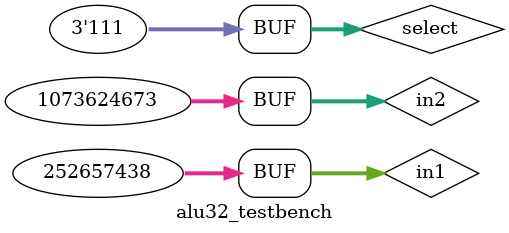
<source format=v>

module alu32_testbench(); 
reg [31:0] in1, in2;
wire [31:0] result;
reg [2:0] select;


alu32 alu_test(in1,in2,select,result);

initial begin
in1 = 32'b00000000000000000011000000011111; in2 = 32'b00100000000000000000000000000111; select = 3'b000;  
#50;
in1 = 32'b00000000000000000011000000011111; in2 = 32'b00100000000000000000000000000111; select = 3'b001;  
#50;
in1 = 32'b00000000000000000011000000011111; in2 = 32'b00100000000000000000000000000111; select = 3'b010;  
#50;
in1 = 32'b00000000000000000011000000011111; in2 = 32'b00100000000000000000000000000111; select = 3'b011;  
#50;
in1 = 32'b00000000000000000011000000011111; in2 = 32'b00100000000000000000000000000111; select = 3'b100;  
#50;
in1 = 32'b00000000000000000011000000011111; in2 = 32'b00100000000000000000000000000111; select = 3'b101;  
#50;
in1 = 32'b00000000000000000011000000011111; in2 = 32'b00100000000000000000000000000111; select = 3'b110;  
#50;
in1 = 32'b00000000000000000011000000011111; in2 = 32'b00100000000000000000000000000111; select = 3'b111; 
#50;



in1 = 32'b11111000011001110101111111011110; in2 = 32'b00101010101111100011011001111111; select = 3'b000;
#50;
in1 = 32'b11111000011001110101111111011110; in2 = 32'b00101010101111100011011001111111; select = 3'b001;
#50;
in1 = 32'b11111000011001110101111111011110; in2 = 32'b00101010101111100011011001111111; select = 3'b010;
#50;
in1 = 32'b11111000011001110101111111011110; in2 = 32'b00101010101111100011011001111111; select = 3'b011;
#50;
in1 = 32'b11111000011001110101111111011110; in2 = 32'b00101010101111100011011001111111; select = 3'b100;
#50;
in1 = 32'b11111000011001110101111111011110; in2 = 32'b00101010101111100011011001111111; select = 3'b101;
#50;
in1 = 32'b11111000011001110101111111011110; in2 = 32'b00101010101111100011011001111111; select = 3'b110;
#50;
in1 = 32'b11111000011001110101111111011110; in2 = 32'b00101010101111100011011001111111; select = 3'b111;
#50;


in1 = 32'b00001111000011110011111100011110; in2 = 32'b00111111111111100011011001100001; select = 3'b000;
#50;
in1 = 32'b00001111000011110011111100011110; in2 = 32'b00111111111111100011011001100001; select = 3'b001;
#50;
in1 = 32'b00001111000011110011111100011110; in2 = 32'b00111111111111100011011001100001; select = 3'b010;
#50;
in1 = 32'b00001111000011110011111100011110; in2 = 32'b00111111111111100011011001100001; select = 3'b011;
#50;
in1 = 32'b00001111000011110011111100011110; in2 = 32'b00111111111111100011011001100001; select = 3'b100;
#50;
in1 = 32'b00001111000011110011111100011110; in2 = 32'b00111111111111100011011001100001; select = 3'b101;
#50;
in1 = 32'b00001111000011110011111100011110; in2 = 32'b00111111111111100011011001100001; select = 3'b110;
#50;
in1 = 32'b00001111000011110011111100011110; in2 = 32'b00111111111111100011011001100001; select = 3'b111;
#50;
end
 
 
initial
begin
$monitor("time = %2d, in1 = %32b, in2= %32b, opcode= %3b, result = %32b \n" , $time, in1, in2,select,result);
end
 
 
 endmodule
</source>
